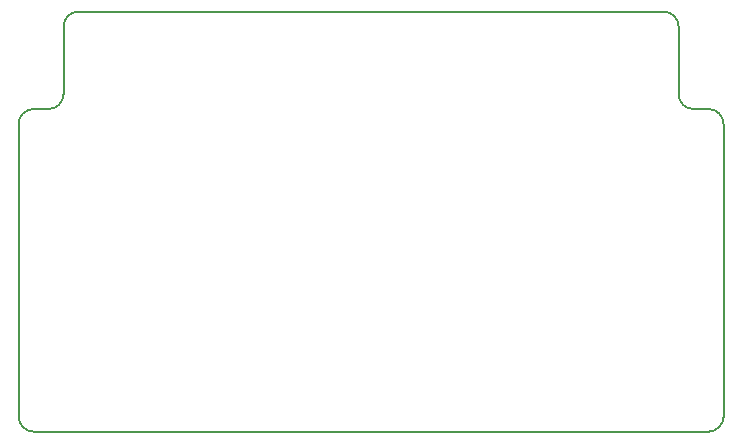
<source format=gm1>
G04 #@! TF.FileFunction,Profile,NP*
%FSLAX46Y46*%
G04 Gerber Fmt 4.6, Leading zero omitted, Abs format (unit mm)*
G04 Created by KiCad (PCBNEW Rev-6964-Dev Build) date Sun Oct 16 19:16:18 2016*
%MOMM*%
%LPD*%
G01*
G04 APERTURE LIST*
%ADD10C,0.101600*%
%ADD11C,0.150000*%
G04 APERTURE END LIST*
D10*
D11*
X170180000Y-109220000D02*
G75*
G03X171450000Y-107950000I0J1270000D01*
G01*
X111760000Y-107950000D02*
G75*
G03X113030000Y-109220000I1270000J0D01*
G01*
X167640000Y-74930000D02*
G75*
G03X166370000Y-73660000I-1270000J0D01*
G01*
X116840000Y-73660000D02*
G75*
G03X115570000Y-74930000I0J-1270000D01*
G01*
X167640000Y-80645000D02*
X167640000Y-74930000D01*
X167640000Y-80645000D02*
G75*
G03X168910000Y-81915000I1270000J0D01*
G01*
X168910000Y-81915000D02*
X170180000Y-81915000D01*
X171450000Y-83185000D02*
G75*
G03X170180000Y-81915000I-1270000J0D01*
G01*
X115570000Y-80645000D02*
X115570000Y-74930000D01*
X113030000Y-81915000D02*
X114300000Y-81915000D01*
X114300000Y-81915000D02*
G75*
G03X115570000Y-80645000I0J1270000D01*
G01*
X113030000Y-81915000D02*
G75*
G03X111760000Y-83185000I0J-1270000D01*
G01*
X111760000Y-107950000D02*
X111760000Y-83185000D01*
X170180000Y-109220000D02*
X113030000Y-109220000D01*
X171450000Y-83185000D02*
X171450000Y-107950000D01*
X116840000Y-73660000D02*
X166370000Y-73660000D01*
M02*

</source>
